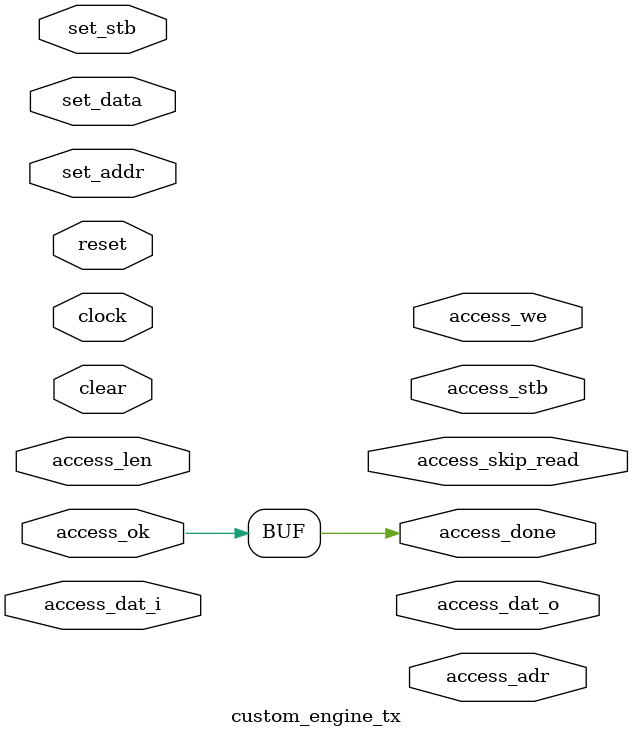
<source format=v>


//The following module is used to re-write transmit packets from the host.
//This module provides a packet-based ram interface for manipulating packets.
//The user writes a custom engine (state machine) to read the input packet,
//and to produce a new output packet.

//By default, this entire module is a simple pass-through.

module custom_engine_tx
#(
    //buffer size for ram interface engine
    parameter BUF_SIZE = 10,

    //the number of 32bit lines between start of buffer and vita header
    //the metadata before the header should be preserved by the engine
    parameter HEADER_OFFSET = 0
)
(
    //control signals
    input clock, input reset, input clear,

    //user settings bus, controlled through user setting regs API
    input set_stb, input [7:0] set_addr, input [31:0] set_data,

    //ram interface for engine
    output access_we,
    output access_stb,
    input access_ok,
    output access_done,
    output access_skip_read,
    output [BUF_SIZE-1:0] access_adr,
    input [BUF_SIZE-1:0] access_len,
    output [35:0] access_dat_o,
    input [35:0] access_dat_i
);

    assign access_done = access_ok;

endmodule //custom_engine_tx

</source>
